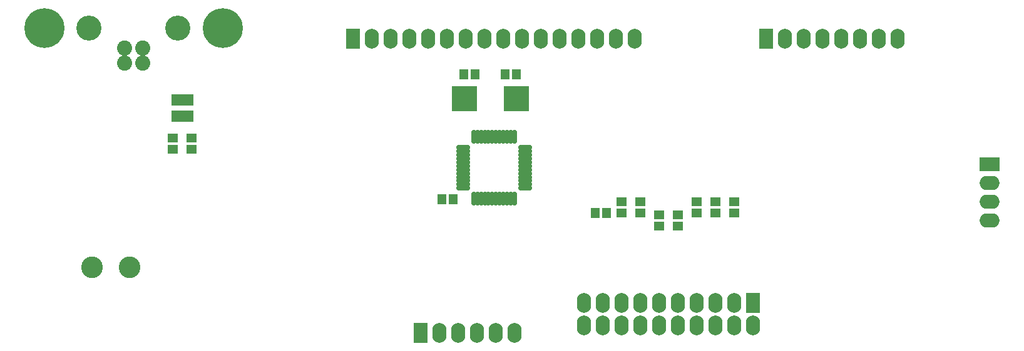
<source format=gbr>
G04 #@! TF.FileFunction,Soldermask,Bot*
%FSLAX46Y46*%
G04 Gerber Fmt 4.6, Leading zero omitted, Abs format (unit mm)*
G04 Created by KiCad (PCBNEW 4.0.1-stable) date 6/19/2016 2:06:42 PM*
%MOMM*%
G01*
G04 APERTURE LIST*
%ADD10C,0.100000*%
%ADD11R,1.924000X2.686000*%
%ADD12O,1.924000X2.686000*%
%ADD13R,1.300000X1.350000*%
%ADD14R,1.000000X1.500000*%
%ADD15R,2.686000X1.924000*%
%ADD16O,2.686000X1.924000*%
%ADD17R,1.400000X1.250000*%
%ADD18O,0.700000X1.900000*%
%ADD19O,1.900000X0.700000*%
%ADD20R,3.400000X3.400000*%
%ADD21C,5.400000*%
%ADD22C,2.050000*%
%ADD23C,3.400000*%
%ADD24C,2.940000*%
G04 APERTURE END LIST*
D10*
D11*
X193802000Y-68834000D03*
D12*
X191262000Y-68834000D03*
X188722000Y-68834000D03*
X186182000Y-68834000D03*
X183642000Y-68834000D03*
X181102000Y-68834000D03*
X178562000Y-68834000D03*
X176022000Y-68834000D03*
X173482000Y-68834000D03*
X170942000Y-68834000D03*
X193802000Y-71882000D03*
X191262000Y-71882000D03*
X188722000Y-71882000D03*
X186182000Y-71882000D03*
X183642000Y-71882000D03*
X181102000Y-71882000D03*
X178562000Y-71882000D03*
X176022000Y-71882000D03*
X173482000Y-71882000D03*
X170942000Y-71882000D03*
D13*
X151713500Y-54800500D03*
X153213500Y-54800500D03*
X154698000Y-37846000D03*
X156198000Y-37846000D03*
X161786000Y-37846000D03*
X160286000Y-37846000D03*
X172478000Y-56642000D03*
X173978000Y-56642000D03*
D14*
X115636000Y-41318000D03*
X117536000Y-41318000D03*
X116586000Y-41318000D03*
X117536000Y-43518000D03*
X115636000Y-43518000D03*
X116586000Y-43518000D03*
D11*
X195580000Y-33020000D03*
D12*
X198120000Y-33020000D03*
X200660000Y-33020000D03*
X203200000Y-33020000D03*
X205740000Y-33020000D03*
X208280000Y-33020000D03*
X210820000Y-33020000D03*
X213360000Y-33020000D03*
D11*
X139700000Y-33020000D03*
D12*
X142240000Y-33020000D03*
X144780000Y-33020000D03*
X147320000Y-33020000D03*
X149860000Y-33020000D03*
X152400000Y-33020000D03*
X154940000Y-33020000D03*
X157480000Y-33020000D03*
X160020000Y-33020000D03*
X162560000Y-33020000D03*
X165100000Y-33020000D03*
X167640000Y-33020000D03*
X170180000Y-33020000D03*
X172720000Y-33020000D03*
X175260000Y-33020000D03*
X177800000Y-33020000D03*
D15*
X225790000Y-50080000D03*
D16*
X225790000Y-52620000D03*
X225790000Y-55160000D03*
X225790000Y-57700000D03*
D11*
X148844000Y-72898000D03*
D12*
X151384000Y-72898000D03*
X153924000Y-72898000D03*
X156464000Y-72898000D03*
X159004000Y-72898000D03*
X161544000Y-72898000D03*
D17*
X115316000Y-47994000D03*
X115316000Y-46494000D03*
X117856000Y-47994000D03*
X117856000Y-46494000D03*
X191262000Y-55130000D03*
X191262000Y-56630000D03*
X183642000Y-58408000D03*
X183642000Y-56908000D03*
X188722000Y-55130000D03*
X188722000Y-56630000D03*
X186182000Y-55130000D03*
X186182000Y-56630000D03*
X181102000Y-58408000D03*
X181102000Y-56908000D03*
X178562000Y-55130000D03*
X178562000Y-56630000D03*
X176022000Y-55130000D03*
X176022000Y-56630000D03*
D18*
X156000000Y-46346000D03*
X156500000Y-46346000D03*
X157000000Y-46346000D03*
X157500000Y-46346000D03*
X158000000Y-46346000D03*
X158500000Y-46346000D03*
X159000000Y-46346000D03*
X159500000Y-46346000D03*
X160000000Y-46346000D03*
X160500000Y-46346000D03*
X161000000Y-46346000D03*
X161500000Y-46346000D03*
D19*
X162950000Y-47796000D03*
X162950000Y-48296000D03*
X162950000Y-48796000D03*
X162950000Y-49296000D03*
X162950000Y-49796000D03*
X162950000Y-50296000D03*
X162950000Y-50796000D03*
X162950000Y-51296000D03*
X162950000Y-51796000D03*
X162950000Y-52296000D03*
X162950000Y-52796000D03*
X162950000Y-53296000D03*
D18*
X161500000Y-54746000D03*
X161000000Y-54746000D03*
X160500000Y-54746000D03*
X160000000Y-54746000D03*
X159500000Y-54746000D03*
X159000000Y-54746000D03*
X158500000Y-54746000D03*
X158000000Y-54746000D03*
X157500000Y-54746000D03*
X157000000Y-54746000D03*
X156500000Y-54746000D03*
X156000000Y-54746000D03*
D19*
X154550000Y-53296000D03*
X154550000Y-52796000D03*
X154550000Y-52296000D03*
X154550000Y-51796000D03*
X154550000Y-51296000D03*
X154550000Y-50796000D03*
X154550000Y-50296000D03*
X154550000Y-49796000D03*
X154550000Y-49296000D03*
X154550000Y-48796000D03*
X154550000Y-48296000D03*
X154550000Y-47796000D03*
D20*
X154742000Y-41148000D03*
X161742000Y-41148000D03*
D21*
X122047000Y-31623000D03*
X97917000Y-31623000D03*
D22*
X111232000Y-34333000D03*
X108732000Y-34333000D03*
X111232000Y-36333000D03*
D23*
X103982000Y-31623000D03*
X115982000Y-31623000D03*
D22*
X108732000Y-36333000D03*
D24*
X104394000Y-64008000D03*
X109474000Y-64008000D03*
M02*

</source>
